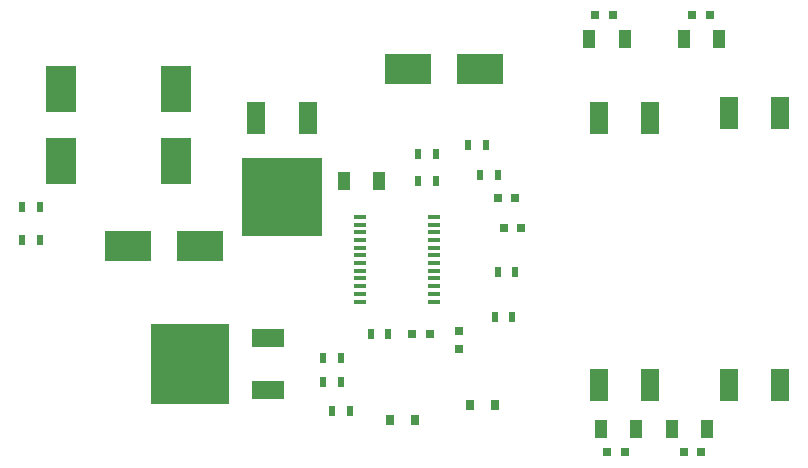
<source format=gbr>
G04 #@! TF.GenerationSoftware,KiCad,Pcbnew,5.0.0-rc2-dev-unknown-94c7809~62~ubuntu16.04.1*
G04 #@! TF.CreationDate,2018-03-26T01:26:19-07:00*
G04 #@! TF.ProjectId,LR7833_Bridge,4C52373833335F4272696467652E6B69,rev?*
G04 #@! TF.SameCoordinates,Original*
G04 #@! TF.FileFunction,Paste,Top*
G04 #@! TF.FilePolarity,Positive*
%FSLAX46Y46*%
G04 Gerber Fmt 4.6, Leading zero omitted, Abs format (unit mm)*
G04 Created by KiCad (PCBNEW 5.0.0-rc2-dev-unknown-94c7809~62~ubuntu16.04.1) date Mon Mar 26 01:26:19 2018*
%MOMM*%
%LPD*%
G01*
G04 APERTURE LIST*
%ADD10R,1.550000X2.780000*%
%ADD11R,4.000000X2.500000*%
%ADD12R,0.800000X0.750000*%
%ADD13R,0.750000X0.800000*%
%ADD14R,2.500000X4.000000*%
%ADD15R,1.000000X1.600000*%
%ADD16R,0.800000X0.900000*%
%ADD17R,0.500000X0.900000*%
%ADD18R,6.740000X6.730000*%
%ADD19R,2.780000X1.550000*%
%ADD20R,6.730000X6.740000*%
%ADD21R,1.100000X0.400000*%
G04 APERTURE END LIST*
D10*
X59680000Y29800000D03*
X55320000Y29800000D03*
D11*
X45300000Y34000000D03*
X39200000Y34000000D03*
D12*
X46750000Y23000000D03*
X48250000Y23000000D03*
X48750000Y20500000D03*
X47250000Y20500000D03*
D13*
X43500000Y10250000D03*
X43500000Y11750000D03*
D12*
X56500000Y38500000D03*
X55000000Y38500000D03*
X64750000Y38500000D03*
X63250000Y38500000D03*
X56000000Y1500000D03*
X57500000Y1500000D03*
X62500000Y1500000D03*
X64000000Y1500000D03*
D14*
X9750000Y26200000D03*
X9750000Y32300000D03*
D11*
X21550000Y19000000D03*
X15450000Y19000000D03*
D14*
X19500000Y32300000D03*
X19500000Y26200000D03*
D12*
X41000000Y11500000D03*
X39500000Y11500000D03*
D15*
X36750000Y24500000D03*
X33750000Y24500000D03*
X54500000Y36500000D03*
X57500000Y36500000D03*
X62500000Y36500000D03*
X65500000Y36500000D03*
X58500000Y3500000D03*
X55500000Y3500000D03*
X61500000Y3500000D03*
X64500000Y3500000D03*
D16*
X44400000Y5500000D03*
X46500000Y5500000D03*
X37650000Y4250000D03*
X39750000Y4250000D03*
D17*
X41500000Y26750000D03*
X40000000Y26750000D03*
X45250000Y25000000D03*
X46750000Y25000000D03*
X45750000Y27500000D03*
X44250000Y27500000D03*
X48250000Y16750000D03*
X46750000Y16750000D03*
X46500000Y13000000D03*
X48000000Y13000000D03*
X36000000Y11500000D03*
X37500000Y11500000D03*
X40000000Y24500000D03*
X41500000Y24500000D03*
X32000000Y9500000D03*
X33500000Y9500000D03*
X33500000Y7500000D03*
X32000000Y7500000D03*
X34250000Y5000000D03*
X32750000Y5000000D03*
X8000000Y22250000D03*
X6500000Y22250000D03*
X6500000Y19500000D03*
X8000000Y19500000D03*
D10*
X30680000Y29800000D03*
D18*
X28500000Y23165000D03*
D10*
X26320000Y29800000D03*
D19*
X27300000Y11180000D03*
D20*
X20665000Y9000000D03*
D19*
X27300000Y6820000D03*
D21*
X35100000Y14275000D03*
X35100000Y14925000D03*
X35100000Y15575000D03*
X35100000Y16225000D03*
X35100000Y16875000D03*
X35100000Y17525000D03*
X35100000Y18175000D03*
X35100000Y18825000D03*
X35100000Y19475000D03*
X35100000Y20125000D03*
X35100000Y20775000D03*
X35100000Y21425000D03*
X41400000Y21425000D03*
X41400000Y20775000D03*
X41400000Y20125000D03*
X41400000Y19475000D03*
X41400000Y18825000D03*
X41400000Y18175000D03*
X41400000Y17525000D03*
X41400000Y16875000D03*
X41400000Y16225000D03*
X41400000Y15575000D03*
X41400000Y14925000D03*
X41400000Y14275000D03*
D10*
X66320000Y30200000D03*
X70680000Y30200000D03*
X59680000Y7200000D03*
X55320000Y7200000D03*
X66320000Y7200000D03*
X70680000Y7200000D03*
M02*

</source>
